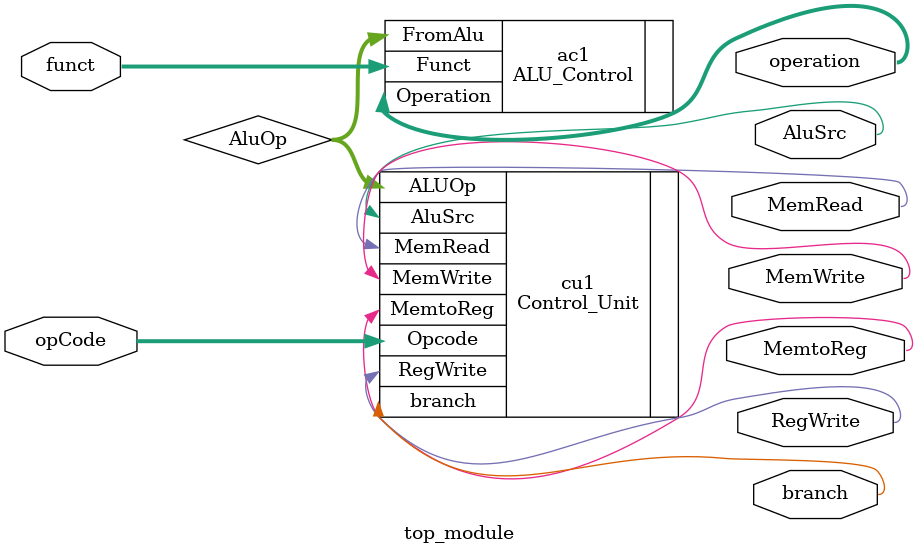
<source format=v>
module top_module
(
	input [6:0]opCode,
	input [3:0] funct,
	output [3:0] operation,
	output wire branch, MemRead, MemtoReg, MemWrite, AluSrc, RegWrite

);

wire [1:0]AluOp;


Control_Unit cu1
(
	.Opcode(opCode),
	.branch(branch),
	.MemRead(MemRead),
	.MemtoReg(MemtoReg),
	.ALUOp(AluOp),
	.MemWrite(MemWrite),
	.AluSrc(AluSrc),
	.RegWrite(RegWrite)
);


ALU_Control ac1
(
	.FromAlu(AluOp),
	.Funct(funct),
	.Operation(operation)
);

endmodule
</source>
